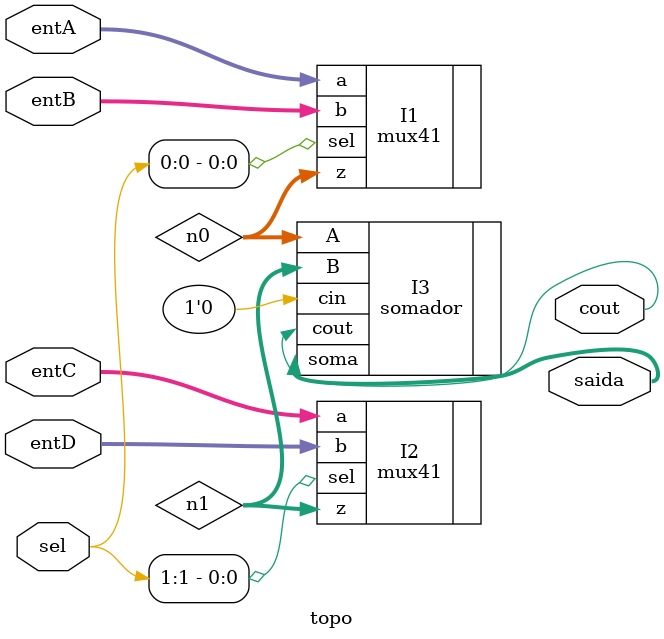
<source format=v>
module topo (
    input [1:0] sel,
    input [3:0] entA, entB, entC, entD,
    output [3:0] saida,
    output cout
);

wire [3:0] n0, n1;

mux41 I1(.z(n0),.a(entA),.b(entB),.sel(sel[0]));
mux41 I2(.z(n1),.a(entC),.b(entD),.sel(sel[1]));
somador I3(.soma(saida),.cout(cout),.A(n0),.B(n1),.cin(1'b0));
    
endmodule
</source>
